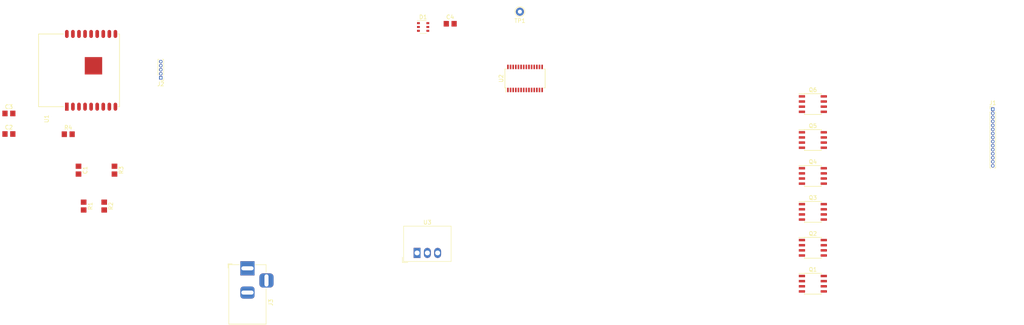
<source format=kicad_pcb>
(kicad_pcb (version 20171130) (host pcbnew "(5.0.0-rc2-101-g68f6e3ad4)")

  (general
    (thickness 1.6)
    (drawings 0)
    (tracks 0)
    (zones 0)
    (modules 22)
    (nets 45)
  )

  (page A4)
  (layers
    (0 F.Cu signal)
    (31 B.Cu signal)
    (32 B.Adhes user)
    (33 F.Adhes user)
    (34 B.Paste user)
    (35 F.Paste user)
    (36 B.SilkS user)
    (37 F.SilkS user)
    (38 B.Mask user)
    (39 F.Mask user)
    (40 Dwgs.User user)
    (41 Cmts.User user)
    (42 Eco1.User user)
    (43 Eco2.User user)
    (44 Edge.Cuts user)
    (45 Margin user)
    (46 B.CrtYd user)
    (47 F.CrtYd user)
    (48 B.Fab user)
    (49 F.Fab user)
  )

  (setup
    (last_trace_width 0.25)
    (trace_clearance 0.2)
    (zone_clearance 0.508)
    (zone_45_only no)
    (trace_min 0.2)
    (segment_width 0.2)
    (edge_width 0.15)
    (via_size 0.8)
    (via_drill 0.4)
    (via_min_size 0.4)
    (via_min_drill 0.3)
    (uvia_size 0.3)
    (uvia_drill 0.1)
    (uvias_allowed no)
    (uvia_min_size 0.2)
    (uvia_min_drill 0.1)
    (pcb_text_width 0.3)
    (pcb_text_size 1.5 1.5)
    (mod_edge_width 0.15)
    (mod_text_size 1 1)
    (mod_text_width 0.15)
    (pad_size 1.524 1.524)
    (pad_drill 0.762)
    (pad_to_mask_clearance 0.2)
    (aux_axis_origin 0 0)
    (visible_elements 7FFFFFFF)
    (pcbplotparams
      (layerselection 0x010fc_ffffffff)
      (usegerberextensions false)
      (usegerberattributes false)
      (usegerberadvancedattributes false)
      (creategerberjobfile false)
      (excludeedgelayer true)
      (linewidth 0.100000)
      (plotframeref false)
      (viasonmask false)
      (mode 1)
      (useauxorigin false)
      (hpglpennumber 1)
      (hpglpenspeed 20)
      (hpglpendiameter 15.000000)
      (psnegative false)
      (psa4output false)
      (plotreference true)
      (plotvalue true)
      (plotinvisibletext false)
      (padsonsilk false)
      (subtractmaskfromsilk false)
      (outputformat 1)
      (mirror false)
      (drillshape 1)
      (scaleselection 1)
      (outputdirectory ""))
  )

  (net 0 "")
  (net 1 GND)
  (net 2 /SCL)
  (net 3 /SDA)
  (net 4 +3V3)
  (net 5 "Net-(U1-Pad10)")
  (net 6 "Net-(U1-Pad3)")
  (net 7 "Net-(U1-Pad7)")
  (net 8 "Net-(U1-Pad14)")
  (net 9 "Net-(U1-Pad16)")
  (net 10 "Net-(U1-Pad17)")
  (net 11 "Net-(U1-PadPAD)")
  (net 12 +12V)
  (net 13 "Net-(C1-Pad1)")
  (net 14 "Net-(R3-Pad1)")
  (net 15 "/LED Strips/LED7")
  (net 16 "/LED Strips/LED9")
  (net 17 "/LED Strips/LED8")
  (net 18 "/LED Strips/LED6")
  (net 19 "/LED Strips/LED5")
  (net 20 "/LED Strips/LED4")
  (net 21 "/LED Strips/LED3")
  (net 22 "/LED Strips/LED2")
  (net 23 "/LED Strips/LED1")
  (net 24 "/LED Strips/LED11")
  (net 25 "/LED Strips/LED12")
  (net 26 "/LED Strips/LED10")
  (net 27 /LED_PWM12)
  (net 28 /LED_PWM10)
  (net 29 /LED_PWM8)
  (net 30 /LED_PWM6)
  (net 31 /LED_PWM4)
  (net 32 /LED_PWM2)
  (net 33 /LED_PWM1)
  (net 34 /TRIGGER)
  (net 35 /BOOT)
  (net 36 /RX)
  (net 37 /TX)
  (net 38 "Net-(U2-Pad6)")
  (net 39 "Net-(U2-Pad7)")
  (net 40 "Net-(U2-Pad8)")
  (net 41 /RESET)
  (net 42 "Net-(J3-Pad3)")
  (net 43 "Net-(D1-Pad2)")
  (net 44 "Net-(D1-Pad5)")

  (net_class Default "This is the default net class."
    (clearance 0.2)
    (trace_width 0.25)
    (via_dia 0.8)
    (via_drill 0.4)
    (uvia_dia 0.3)
    (uvia_drill 0.1)
    (add_net +12V)
    (add_net +3V3)
    (add_net /BOOT)
    (add_net "/LED Strips/LED1")
    (add_net "/LED Strips/LED10")
    (add_net "/LED Strips/LED11")
    (add_net "/LED Strips/LED12")
    (add_net "/LED Strips/LED2")
    (add_net "/LED Strips/LED3")
    (add_net "/LED Strips/LED4")
    (add_net "/LED Strips/LED5")
    (add_net "/LED Strips/LED6")
    (add_net "/LED Strips/LED7")
    (add_net "/LED Strips/LED8")
    (add_net "/LED Strips/LED9")
    (add_net /LED_PWM1)
    (add_net /LED_PWM10)
    (add_net /LED_PWM12)
    (add_net /LED_PWM2)
    (add_net /LED_PWM4)
    (add_net /LED_PWM6)
    (add_net /LED_PWM8)
    (add_net /RESET)
    (add_net /RX)
    (add_net /SCL)
    (add_net /SDA)
    (add_net /TRIGGER)
    (add_net /TX)
    (add_net GND)
    (add_net "Net-(C1-Pad1)")
    (add_net "Net-(D1-Pad2)")
    (add_net "Net-(D1-Pad5)")
    (add_net "Net-(J3-Pad3)")
    (add_net "Net-(R3-Pad1)")
    (add_net "Net-(U1-Pad10)")
    (add_net "Net-(U1-Pad14)")
    (add_net "Net-(U1-Pad16)")
    (add_net "Net-(U1-Pad17)")
    (add_net "Net-(U1-Pad3)")
    (add_net "Net-(U1-Pad7)")
    (add_net "Net-(U1-PadPAD)")
    (add_net "Net-(U2-Pad6)")
    (add_net "Net-(U2-Pad7)")
    (add_net "Net-(U2-Pad8)")
  )

  (module Capacitor_SMD:C_0805_2012Metric_Pad1.29x1.40mm_HandSolder (layer F.Cu) (tedit 5AC5DB74) (tstamp 5B50731E)
    (at 146.611428 71.5575)
    (descr "Capacitor SMD 0805 (2012 Metric), square (rectangular) end terminal, IPC_7351 nominal with elongated pad for handsoldering. (Body size source: http://www.tortai-tech.com/upload/download/2011102023233369053.pdf), generated with kicad-footprint-generator")
    (tags "capacitor handsolder")
    (path /5B13F9D0)
    (attr smd)
    (fp_text reference C4 (at 0 -1.65) (layer F.SilkS)
      (effects (font (size 1 1) (thickness 0.15)))
    )
    (fp_text value 0.1uF (at 0 1.65) (layer F.Fab)
      (effects (font (size 1 1) (thickness 0.15)))
    )
    (fp_line (start -1 0.6) (end -1 -0.6) (layer F.Fab) (width 0.1))
    (fp_line (start -1 -0.6) (end 1 -0.6) (layer F.Fab) (width 0.1))
    (fp_line (start 1 -0.6) (end 1 0.6) (layer F.Fab) (width 0.1))
    (fp_line (start 1 0.6) (end -1 0.6) (layer F.Fab) (width 0.1))
    (fp_line (start -1.86 0.95) (end -1.86 -0.95) (layer F.CrtYd) (width 0.05))
    (fp_line (start -1.86 -0.95) (end 1.86 -0.95) (layer F.CrtYd) (width 0.05))
    (fp_line (start 1.86 -0.95) (end 1.86 0.95) (layer F.CrtYd) (width 0.05))
    (fp_line (start 1.86 0.95) (end -1.86 0.95) (layer F.CrtYd) (width 0.05))
    (fp_text user %R (at 0 0) (layer F.Fab)
      (effects (font (size 0.5 0.5) (thickness 0.08)))
    )
    (pad 1 smd rect (at -0.9675 0) (size 1.295 1.4) (layers F.Cu F.Paste F.Mask)
      (net 4 +3V3))
    (pad 2 smd rect (at 0.9675 0) (size 1.295 1.4) (layers F.Cu F.Paste F.Mask)
      (net 1 GND))
    (model ${KISYS3DMOD}/Capacitor_SMD.3dshapes/C_0805_2012Metric.wrl
      (at (xyz 0 0 0))
      (scale (xyz 1 1 1))
      (rotate (xyz 0 0 0))
    )
  )

  (module Package_SO:SOIC-8_3.9x4.9mm_P1.27mm (layer F.Cu) (tedit 5A02F2D3) (tstamp 5B5071C2)
    (at 236.22 91.44)
    (descr "8-Lead Plastic Small Outline (SN) - Narrow, 3.90 mm Body [SOIC] (see Microchip Packaging Specification 00000049BS.pdf)")
    (tags "SOIC 1.27")
    (path /5B138A36/5B314A66)
    (attr smd)
    (fp_text reference Q6 (at 0 -3.5) (layer F.SilkS)
      (effects (font (size 1 1) (thickness 0.15)))
    )
    (fp_text value DMN3018SSD (at 0 3.5) (layer F.Fab)
      (effects (font (size 1 1) (thickness 0.15)))
    )
    (fp_line (start -2.075 -2.525) (end -3.475 -2.525) (layer F.SilkS) (width 0.15))
    (fp_line (start -2.075 2.575) (end 2.075 2.575) (layer F.SilkS) (width 0.15))
    (fp_line (start -2.075 -2.575) (end 2.075 -2.575) (layer F.SilkS) (width 0.15))
    (fp_line (start -2.075 2.575) (end -2.075 2.43) (layer F.SilkS) (width 0.15))
    (fp_line (start 2.075 2.575) (end 2.075 2.43) (layer F.SilkS) (width 0.15))
    (fp_line (start 2.075 -2.575) (end 2.075 -2.43) (layer F.SilkS) (width 0.15))
    (fp_line (start -2.075 -2.575) (end -2.075 -2.525) (layer F.SilkS) (width 0.15))
    (fp_line (start -3.73 2.7) (end 3.73 2.7) (layer F.CrtYd) (width 0.05))
    (fp_line (start -3.73 -2.7) (end 3.73 -2.7) (layer F.CrtYd) (width 0.05))
    (fp_line (start 3.73 -2.7) (end 3.73 2.7) (layer F.CrtYd) (width 0.05))
    (fp_line (start -3.73 -2.7) (end -3.73 2.7) (layer F.CrtYd) (width 0.05))
    (fp_line (start -1.95 -1.45) (end -0.95 -2.45) (layer F.Fab) (width 0.1))
    (fp_line (start -1.95 2.45) (end -1.95 -1.45) (layer F.Fab) (width 0.1))
    (fp_line (start 1.95 2.45) (end -1.95 2.45) (layer F.Fab) (width 0.1))
    (fp_line (start 1.95 -2.45) (end 1.95 2.45) (layer F.Fab) (width 0.1))
    (fp_line (start -0.95 -2.45) (end 1.95 -2.45) (layer F.Fab) (width 0.1))
    (fp_text user %R (at 0 0) (layer F.Fab)
      (effects (font (size 1 1) (thickness 0.15)))
    )
    (pad 8 smd rect (at 2.7 -1.905) (size 1.55 0.6) (layers F.Cu F.Paste F.Mask)
      (net 24 "/LED Strips/LED11"))
    (pad 7 smd rect (at 2.7 -0.635) (size 1.55 0.6) (layers F.Cu F.Paste F.Mask)
      (net 24 "/LED Strips/LED11"))
    (pad 6 smd rect (at 2.7 0.635) (size 1.55 0.6) (layers F.Cu F.Paste F.Mask)
      (net 25 "/LED Strips/LED12"))
    (pad 5 smd rect (at 2.7 1.905) (size 1.55 0.6) (layers F.Cu F.Paste F.Mask)
      (net 25 "/LED Strips/LED12"))
    (pad 4 smd rect (at -2.7 1.905) (size 1.55 0.6) (layers F.Cu F.Paste F.Mask)
      (net 27 /LED_PWM12))
    (pad 3 smd rect (at -2.7 0.635) (size 1.55 0.6) (layers F.Cu F.Paste F.Mask)
      (net 1 GND))
    (pad 2 smd rect (at -2.7 -0.635) (size 1.55 0.6) (layers F.Cu F.Paste F.Mask)
      (net 33 /LED_PWM1))
    (pad 1 smd rect (at -2.7 -1.905) (size 1.55 0.6) (layers F.Cu F.Paste F.Mask)
      (net 1 GND))
    (model ${KISYS3DMOD}/Package_SO.3dshapes/SOIC-8_3.9x4.9mm_P1.27mm.wrl
      (at (xyz 0 0 0))
      (scale (xyz 1 1 1))
      (rotate (xyz 0 0 0))
    )
  )

  (module Package_SO:SOIC-8_3.9x4.9mm_P1.27mm (layer F.Cu) (tedit 5A02F2D3) (tstamp 5B5071A6)
    (at 236.22 100.33)
    (descr "8-Lead Plastic Small Outline (SN) - Narrow, 3.90 mm Body [SOIC] (see Microchip Packaging Specification 00000049BS.pdf)")
    (tags "SOIC 1.27")
    (path /5B138A36/5B31BFD4)
    (attr smd)
    (fp_text reference Q5 (at 0 -3.5) (layer F.SilkS)
      (effects (font (size 1 1) (thickness 0.15)))
    )
    (fp_text value DMN3018SSD (at 0 3.5) (layer F.Fab)
      (effects (font (size 1 1) (thickness 0.15)))
    )
    (fp_text user %R (at 0 0) (layer F.Fab)
      (effects (font (size 1 1) (thickness 0.15)))
    )
    (fp_line (start -0.95 -2.45) (end 1.95 -2.45) (layer F.Fab) (width 0.1))
    (fp_line (start 1.95 -2.45) (end 1.95 2.45) (layer F.Fab) (width 0.1))
    (fp_line (start 1.95 2.45) (end -1.95 2.45) (layer F.Fab) (width 0.1))
    (fp_line (start -1.95 2.45) (end -1.95 -1.45) (layer F.Fab) (width 0.1))
    (fp_line (start -1.95 -1.45) (end -0.95 -2.45) (layer F.Fab) (width 0.1))
    (fp_line (start -3.73 -2.7) (end -3.73 2.7) (layer F.CrtYd) (width 0.05))
    (fp_line (start 3.73 -2.7) (end 3.73 2.7) (layer F.CrtYd) (width 0.05))
    (fp_line (start -3.73 -2.7) (end 3.73 -2.7) (layer F.CrtYd) (width 0.05))
    (fp_line (start -3.73 2.7) (end 3.73 2.7) (layer F.CrtYd) (width 0.05))
    (fp_line (start -2.075 -2.575) (end -2.075 -2.525) (layer F.SilkS) (width 0.15))
    (fp_line (start 2.075 -2.575) (end 2.075 -2.43) (layer F.SilkS) (width 0.15))
    (fp_line (start 2.075 2.575) (end 2.075 2.43) (layer F.SilkS) (width 0.15))
    (fp_line (start -2.075 2.575) (end -2.075 2.43) (layer F.SilkS) (width 0.15))
    (fp_line (start -2.075 -2.575) (end 2.075 -2.575) (layer F.SilkS) (width 0.15))
    (fp_line (start -2.075 2.575) (end 2.075 2.575) (layer F.SilkS) (width 0.15))
    (fp_line (start -2.075 -2.525) (end -3.475 -2.525) (layer F.SilkS) (width 0.15))
    (pad 1 smd rect (at -2.7 -1.905) (size 1.55 0.6) (layers F.Cu F.Paste F.Mask)
      (net 1 GND))
    (pad 2 smd rect (at -2.7 -0.635) (size 1.55 0.6) (layers F.Cu F.Paste F.Mask)
      (net 33 /LED_PWM1))
    (pad 3 smd rect (at -2.7 0.635) (size 1.55 0.6) (layers F.Cu F.Paste F.Mask)
      (net 1 GND))
    (pad 4 smd rect (at -2.7 1.905) (size 1.55 0.6) (layers F.Cu F.Paste F.Mask)
      (net 28 /LED_PWM10))
    (pad 5 smd rect (at 2.7 1.905) (size 1.55 0.6) (layers F.Cu F.Paste F.Mask)
      (net 26 "/LED Strips/LED10"))
    (pad 6 smd rect (at 2.7 0.635) (size 1.55 0.6) (layers F.Cu F.Paste F.Mask)
      (net 26 "/LED Strips/LED10"))
    (pad 7 smd rect (at 2.7 -0.635) (size 1.55 0.6) (layers F.Cu F.Paste F.Mask)
      (net 16 "/LED Strips/LED9"))
    (pad 8 smd rect (at 2.7 -1.905) (size 1.55 0.6) (layers F.Cu F.Paste F.Mask)
      (net 16 "/LED Strips/LED9"))
    (model ${KISYS3DMOD}/Package_SO.3dshapes/SOIC-8_3.9x4.9mm_P1.27mm.wrl
      (at (xyz 0 0 0))
      (scale (xyz 1 1 1))
      (rotate (xyz 0 0 0))
    )
  )

  (module Package_SO:SOIC-8_3.9x4.9mm_P1.27mm (layer F.Cu) (tedit 5A02F2D3) (tstamp 5B50718A)
    (at 236.22 109.22)
    (descr "8-Lead Plastic Small Outline (SN) - Narrow, 3.90 mm Body [SOIC] (see Microchip Packaging Specification 00000049BS.pdf)")
    (tags "SOIC 1.27")
    (path /5B138A36/5B31D709)
    (attr smd)
    (fp_text reference Q4 (at 0 -3.5) (layer F.SilkS)
      (effects (font (size 1 1) (thickness 0.15)))
    )
    (fp_text value DMN3018SSD (at 0 3.5) (layer F.Fab)
      (effects (font (size 1 1) (thickness 0.15)))
    )
    (fp_line (start -2.075 -2.525) (end -3.475 -2.525) (layer F.SilkS) (width 0.15))
    (fp_line (start -2.075 2.575) (end 2.075 2.575) (layer F.SilkS) (width 0.15))
    (fp_line (start -2.075 -2.575) (end 2.075 -2.575) (layer F.SilkS) (width 0.15))
    (fp_line (start -2.075 2.575) (end -2.075 2.43) (layer F.SilkS) (width 0.15))
    (fp_line (start 2.075 2.575) (end 2.075 2.43) (layer F.SilkS) (width 0.15))
    (fp_line (start 2.075 -2.575) (end 2.075 -2.43) (layer F.SilkS) (width 0.15))
    (fp_line (start -2.075 -2.575) (end -2.075 -2.525) (layer F.SilkS) (width 0.15))
    (fp_line (start -3.73 2.7) (end 3.73 2.7) (layer F.CrtYd) (width 0.05))
    (fp_line (start -3.73 -2.7) (end 3.73 -2.7) (layer F.CrtYd) (width 0.05))
    (fp_line (start 3.73 -2.7) (end 3.73 2.7) (layer F.CrtYd) (width 0.05))
    (fp_line (start -3.73 -2.7) (end -3.73 2.7) (layer F.CrtYd) (width 0.05))
    (fp_line (start -1.95 -1.45) (end -0.95 -2.45) (layer F.Fab) (width 0.1))
    (fp_line (start -1.95 2.45) (end -1.95 -1.45) (layer F.Fab) (width 0.1))
    (fp_line (start 1.95 2.45) (end -1.95 2.45) (layer F.Fab) (width 0.1))
    (fp_line (start 1.95 -2.45) (end 1.95 2.45) (layer F.Fab) (width 0.1))
    (fp_line (start -0.95 -2.45) (end 1.95 -2.45) (layer F.Fab) (width 0.1))
    (fp_text user %R (at 0 0) (layer F.Fab)
      (effects (font (size 1 1) (thickness 0.15)))
    )
    (pad 8 smd rect (at 2.7 -1.905) (size 1.55 0.6) (layers F.Cu F.Paste F.Mask)
      (net 15 "/LED Strips/LED7"))
    (pad 7 smd rect (at 2.7 -0.635) (size 1.55 0.6) (layers F.Cu F.Paste F.Mask)
      (net 15 "/LED Strips/LED7"))
    (pad 6 smd rect (at 2.7 0.635) (size 1.55 0.6) (layers F.Cu F.Paste F.Mask)
      (net 17 "/LED Strips/LED8"))
    (pad 5 smd rect (at 2.7 1.905) (size 1.55 0.6) (layers F.Cu F.Paste F.Mask)
      (net 17 "/LED Strips/LED8"))
    (pad 4 smd rect (at -2.7 1.905) (size 1.55 0.6) (layers F.Cu F.Paste F.Mask)
      (net 29 /LED_PWM8))
    (pad 3 smd rect (at -2.7 0.635) (size 1.55 0.6) (layers F.Cu F.Paste F.Mask)
      (net 1 GND))
    (pad 2 smd rect (at -2.7 -0.635) (size 1.55 0.6) (layers F.Cu F.Paste F.Mask)
      (net 33 /LED_PWM1))
    (pad 1 smd rect (at -2.7 -1.905) (size 1.55 0.6) (layers F.Cu F.Paste F.Mask)
      (net 1 GND))
    (model ${KISYS3DMOD}/Package_SO.3dshapes/SOIC-8_3.9x4.9mm_P1.27mm.wrl
      (at (xyz 0 0 0))
      (scale (xyz 1 1 1))
      (rotate (xyz 0 0 0))
    )
  )

  (module Package_SO:SOIC-8_3.9x4.9mm_P1.27mm (layer F.Cu) (tedit 5A02F2D3) (tstamp 5B50716E)
    (at 236.22 118.11)
    (descr "8-Lead Plastic Small Outline (SN) - Narrow, 3.90 mm Body [SOIC] (see Microchip Packaging Specification 00000049BS.pdf)")
    (tags "SOIC 1.27")
    (path /5B138A36/5B31EE46)
    (attr smd)
    (fp_text reference Q3 (at 0 -3.5) (layer F.SilkS)
      (effects (font (size 1 1) (thickness 0.15)))
    )
    (fp_text value DMN3018SSD (at 0 3.5) (layer F.Fab)
      (effects (font (size 1 1) (thickness 0.15)))
    )
    (fp_text user %R (at 0 0) (layer F.Fab)
      (effects (font (size 1 1) (thickness 0.15)))
    )
    (fp_line (start -0.95 -2.45) (end 1.95 -2.45) (layer F.Fab) (width 0.1))
    (fp_line (start 1.95 -2.45) (end 1.95 2.45) (layer F.Fab) (width 0.1))
    (fp_line (start 1.95 2.45) (end -1.95 2.45) (layer F.Fab) (width 0.1))
    (fp_line (start -1.95 2.45) (end -1.95 -1.45) (layer F.Fab) (width 0.1))
    (fp_line (start -1.95 -1.45) (end -0.95 -2.45) (layer F.Fab) (width 0.1))
    (fp_line (start -3.73 -2.7) (end -3.73 2.7) (layer F.CrtYd) (width 0.05))
    (fp_line (start 3.73 -2.7) (end 3.73 2.7) (layer F.CrtYd) (width 0.05))
    (fp_line (start -3.73 -2.7) (end 3.73 -2.7) (layer F.CrtYd) (width 0.05))
    (fp_line (start -3.73 2.7) (end 3.73 2.7) (layer F.CrtYd) (width 0.05))
    (fp_line (start -2.075 -2.575) (end -2.075 -2.525) (layer F.SilkS) (width 0.15))
    (fp_line (start 2.075 -2.575) (end 2.075 -2.43) (layer F.SilkS) (width 0.15))
    (fp_line (start 2.075 2.575) (end 2.075 2.43) (layer F.SilkS) (width 0.15))
    (fp_line (start -2.075 2.575) (end -2.075 2.43) (layer F.SilkS) (width 0.15))
    (fp_line (start -2.075 -2.575) (end 2.075 -2.575) (layer F.SilkS) (width 0.15))
    (fp_line (start -2.075 2.575) (end 2.075 2.575) (layer F.SilkS) (width 0.15))
    (fp_line (start -2.075 -2.525) (end -3.475 -2.525) (layer F.SilkS) (width 0.15))
    (pad 1 smd rect (at -2.7 -1.905) (size 1.55 0.6) (layers F.Cu F.Paste F.Mask)
      (net 1 GND))
    (pad 2 smd rect (at -2.7 -0.635) (size 1.55 0.6) (layers F.Cu F.Paste F.Mask)
      (net 33 /LED_PWM1))
    (pad 3 smd rect (at -2.7 0.635) (size 1.55 0.6) (layers F.Cu F.Paste F.Mask)
      (net 1 GND))
    (pad 4 smd rect (at -2.7 1.905) (size 1.55 0.6) (layers F.Cu F.Paste F.Mask)
      (net 30 /LED_PWM6))
    (pad 5 smd rect (at 2.7 1.905) (size 1.55 0.6) (layers F.Cu F.Paste F.Mask)
      (net 18 "/LED Strips/LED6"))
    (pad 6 smd rect (at 2.7 0.635) (size 1.55 0.6) (layers F.Cu F.Paste F.Mask)
      (net 18 "/LED Strips/LED6"))
    (pad 7 smd rect (at 2.7 -0.635) (size 1.55 0.6) (layers F.Cu F.Paste F.Mask)
      (net 19 "/LED Strips/LED5"))
    (pad 8 smd rect (at 2.7 -1.905) (size 1.55 0.6) (layers F.Cu F.Paste F.Mask)
      (net 19 "/LED Strips/LED5"))
    (model ${KISYS3DMOD}/Package_SO.3dshapes/SOIC-8_3.9x4.9mm_P1.27mm.wrl
      (at (xyz 0 0 0))
      (scale (xyz 1 1 1))
      (rotate (xyz 0 0 0))
    )
  )

  (module Package_SO:SOIC-8_3.9x4.9mm_P1.27mm (layer F.Cu) (tedit 5A02F2D3) (tstamp 5B507152)
    (at 236.22 127)
    (descr "8-Lead Plastic Small Outline (SN) - Narrow, 3.90 mm Body [SOIC] (see Microchip Packaging Specification 00000049BS.pdf)")
    (tags "SOIC 1.27")
    (path /5B138A36/5B3205AA)
    (attr smd)
    (fp_text reference Q2 (at 0 -3.5) (layer F.SilkS)
      (effects (font (size 1 1) (thickness 0.15)))
    )
    (fp_text value DMN3018SSD (at 0 3.5) (layer F.Fab)
      (effects (font (size 1 1) (thickness 0.15)))
    )
    (fp_line (start -2.075 -2.525) (end -3.475 -2.525) (layer F.SilkS) (width 0.15))
    (fp_line (start -2.075 2.575) (end 2.075 2.575) (layer F.SilkS) (width 0.15))
    (fp_line (start -2.075 -2.575) (end 2.075 -2.575) (layer F.SilkS) (width 0.15))
    (fp_line (start -2.075 2.575) (end -2.075 2.43) (layer F.SilkS) (width 0.15))
    (fp_line (start 2.075 2.575) (end 2.075 2.43) (layer F.SilkS) (width 0.15))
    (fp_line (start 2.075 -2.575) (end 2.075 -2.43) (layer F.SilkS) (width 0.15))
    (fp_line (start -2.075 -2.575) (end -2.075 -2.525) (layer F.SilkS) (width 0.15))
    (fp_line (start -3.73 2.7) (end 3.73 2.7) (layer F.CrtYd) (width 0.05))
    (fp_line (start -3.73 -2.7) (end 3.73 -2.7) (layer F.CrtYd) (width 0.05))
    (fp_line (start 3.73 -2.7) (end 3.73 2.7) (layer F.CrtYd) (width 0.05))
    (fp_line (start -3.73 -2.7) (end -3.73 2.7) (layer F.CrtYd) (width 0.05))
    (fp_line (start -1.95 -1.45) (end -0.95 -2.45) (layer F.Fab) (width 0.1))
    (fp_line (start -1.95 2.45) (end -1.95 -1.45) (layer F.Fab) (width 0.1))
    (fp_line (start 1.95 2.45) (end -1.95 2.45) (layer F.Fab) (width 0.1))
    (fp_line (start 1.95 -2.45) (end 1.95 2.45) (layer F.Fab) (width 0.1))
    (fp_line (start -0.95 -2.45) (end 1.95 -2.45) (layer F.Fab) (width 0.1))
    (fp_text user %R (at 0 0) (layer F.Fab)
      (effects (font (size 1 1) (thickness 0.15)))
    )
    (pad 8 smd rect (at 2.7 -1.905) (size 1.55 0.6) (layers F.Cu F.Paste F.Mask)
      (net 21 "/LED Strips/LED3"))
    (pad 7 smd rect (at 2.7 -0.635) (size 1.55 0.6) (layers F.Cu F.Paste F.Mask)
      (net 21 "/LED Strips/LED3"))
    (pad 6 smd rect (at 2.7 0.635) (size 1.55 0.6) (layers F.Cu F.Paste F.Mask)
      (net 20 "/LED Strips/LED4"))
    (pad 5 smd rect (at 2.7 1.905) (size 1.55 0.6) (layers F.Cu F.Paste F.Mask)
      (net 20 "/LED Strips/LED4"))
    (pad 4 smd rect (at -2.7 1.905) (size 1.55 0.6) (layers F.Cu F.Paste F.Mask)
      (net 31 /LED_PWM4))
    (pad 3 smd rect (at -2.7 0.635) (size 1.55 0.6) (layers F.Cu F.Paste F.Mask)
      (net 1 GND))
    (pad 2 smd rect (at -2.7 -0.635) (size 1.55 0.6) (layers F.Cu F.Paste F.Mask)
      (net 33 /LED_PWM1))
    (pad 1 smd rect (at -2.7 -1.905) (size 1.55 0.6) (layers F.Cu F.Paste F.Mask)
      (net 1 GND))
    (model ${KISYS3DMOD}/Package_SO.3dshapes/SOIC-8_3.9x4.9mm_P1.27mm.wrl
      (at (xyz 0 0 0))
      (scale (xyz 1 1 1))
      (rotate (xyz 0 0 0))
    )
  )

  (module Package_SO:SOIC-8_3.9x4.9mm_P1.27mm (layer F.Cu) (tedit 5A02F2D3) (tstamp 5B507136)
    (at 236.22 135.89)
    (descr "8-Lead Plastic Small Outline (SN) - Narrow, 3.90 mm Body [SOIC] (see Microchip Packaging Specification 00000049BS.pdf)")
    (tags "SOIC 1.27")
    (path /5B138A36/5B31A8B7)
    (attr smd)
    (fp_text reference Q1 (at 0 -3.5) (layer F.SilkS)
      (effects (font (size 1 1) (thickness 0.15)))
    )
    (fp_text value DMN3018SSD (at 0 3.5) (layer F.Fab)
      (effects (font (size 1 1) (thickness 0.15)))
    )
    (fp_text user %R (at 0 0) (layer F.Fab)
      (effects (font (size 1 1) (thickness 0.15)))
    )
    (fp_line (start -0.95 -2.45) (end 1.95 -2.45) (layer F.Fab) (width 0.1))
    (fp_line (start 1.95 -2.45) (end 1.95 2.45) (layer F.Fab) (width 0.1))
    (fp_line (start 1.95 2.45) (end -1.95 2.45) (layer F.Fab) (width 0.1))
    (fp_line (start -1.95 2.45) (end -1.95 -1.45) (layer F.Fab) (width 0.1))
    (fp_line (start -1.95 -1.45) (end -0.95 -2.45) (layer F.Fab) (width 0.1))
    (fp_line (start -3.73 -2.7) (end -3.73 2.7) (layer F.CrtYd) (width 0.05))
    (fp_line (start 3.73 -2.7) (end 3.73 2.7) (layer F.CrtYd) (width 0.05))
    (fp_line (start -3.73 -2.7) (end 3.73 -2.7) (layer F.CrtYd) (width 0.05))
    (fp_line (start -3.73 2.7) (end 3.73 2.7) (layer F.CrtYd) (width 0.05))
    (fp_line (start -2.075 -2.575) (end -2.075 -2.525) (layer F.SilkS) (width 0.15))
    (fp_line (start 2.075 -2.575) (end 2.075 -2.43) (layer F.SilkS) (width 0.15))
    (fp_line (start 2.075 2.575) (end 2.075 2.43) (layer F.SilkS) (width 0.15))
    (fp_line (start -2.075 2.575) (end -2.075 2.43) (layer F.SilkS) (width 0.15))
    (fp_line (start -2.075 -2.575) (end 2.075 -2.575) (layer F.SilkS) (width 0.15))
    (fp_line (start -2.075 2.575) (end 2.075 2.575) (layer F.SilkS) (width 0.15))
    (fp_line (start -2.075 -2.525) (end -3.475 -2.525) (layer F.SilkS) (width 0.15))
    (pad 1 smd rect (at -2.7 -1.905) (size 1.55 0.6) (layers F.Cu F.Paste F.Mask)
      (net 1 GND))
    (pad 2 smd rect (at -2.7 -0.635) (size 1.55 0.6) (layers F.Cu F.Paste F.Mask)
      (net 33 /LED_PWM1))
    (pad 3 smd rect (at -2.7 0.635) (size 1.55 0.6) (layers F.Cu F.Paste F.Mask)
      (net 1 GND))
    (pad 4 smd rect (at -2.7 1.905) (size 1.55 0.6) (layers F.Cu F.Paste F.Mask)
      (net 32 /LED_PWM2))
    (pad 5 smd rect (at 2.7 1.905) (size 1.55 0.6) (layers F.Cu F.Paste F.Mask)
      (net 22 "/LED Strips/LED2"))
    (pad 6 smd rect (at 2.7 0.635) (size 1.55 0.6) (layers F.Cu F.Paste F.Mask)
      (net 22 "/LED Strips/LED2"))
    (pad 7 smd rect (at 2.7 -0.635) (size 1.55 0.6) (layers F.Cu F.Paste F.Mask)
      (net 23 "/LED Strips/LED1"))
    (pad 8 smd rect (at 2.7 -1.905) (size 1.55 0.6) (layers F.Cu F.Paste F.Mask)
      (net 23 "/LED Strips/LED1"))
    (model ${KISYS3DMOD}/Package_SO.3dshapes/SOIC-8_3.9x4.9mm_P1.27mm.wrl
      (at (xyz 0 0 0))
      (scale (xyz 1 1 1))
      (rotate (xyz 0 0 0))
    )
  )

  (module Package_SO:TSOP-6_1.65x3.05mm_P0.95mm (layer F.Cu) (tedit 5A02F25C) (tstamp 5B507135)
    (at 139.921428 72.3575)
    (descr "TSOP-6 package (comparable to TSOT-23), https://www.vishay.com/docs/71200/71200.pdf")
    (tags "Jedec MO-193C TSOP-6L")
    (path /5B2E1334)
    (attr smd)
    (fp_text reference D1 (at 0 -2.45) (layer F.SilkS)
      (effects (font (size 1 1) (thickness 0.15)))
    )
    (fp_text value TVS3V3L4U (at 0 2.5) (layer F.Fab)
      (effects (font (size 1 1) (thickness 0.15)))
    )
    (fp_text user %R (at 0 0 90) (layer F.Fab)
      (effects (font (size 0.5 0.5) (thickness 0.075)))
    )
    (fp_line (start -0.8 1.6) (end 0.8 1.6) (layer F.SilkS) (width 0.12))
    (fp_line (start 0.8 -1.6) (end -1.5 -1.6) (layer F.SilkS) (width 0.12))
    (fp_line (start -0.825 -1.1) (end -0.425 -1.525) (layer F.Fab) (width 0.1))
    (fp_line (start 0.825 -1.525) (end -0.425 -1.525) (layer F.Fab) (width 0.1))
    (fp_line (start -0.825 -1.1) (end -0.825 1.525) (layer F.Fab) (width 0.1))
    (fp_line (start 0.825 1.525) (end -0.825 1.525) (layer F.Fab) (width 0.1))
    (fp_line (start 0.825 -1.525) (end 0.825 1.525) (layer F.Fab) (width 0.1))
    (fp_line (start -1.76 -1.78) (end 1.76 -1.78) (layer F.CrtYd) (width 0.05))
    (fp_line (start -1.76 -1.78) (end -1.76 1.77) (layer F.CrtYd) (width 0.05))
    (fp_line (start 1.76 1.77) (end 1.76 -1.78) (layer F.CrtYd) (width 0.05))
    (fp_line (start 1.76 1.77) (end -1.76 1.77) (layer F.CrtYd) (width 0.05))
    (pad 1 smd rect (at -1.16 -0.95) (size 0.7 0.51) (layers F.Cu F.Paste F.Mask)
      (net 36 /RX))
    (pad 2 smd rect (at -1.16 0) (size 0.7 0.51) (layers F.Cu F.Paste F.Mask)
      (net 43 "Net-(D1-Pad2)"))
    (pad 3 smd rect (at -1.16 0.95) (size 0.7 0.51) (layers F.Cu F.Paste F.Mask)
      (net 37 /TX))
    (pad 4 smd rect (at 1.16 0.95) (size 0.7 0.51) (layers F.Cu F.Paste F.Mask)
      (net 41 /RESET))
    (pad 5 smd rect (at 1.16 0) (size 0.7 0.51) (layers F.Cu F.Paste F.Mask)
      (net 44 "Net-(D1-Pad5)"))
    (pad 6 smd rect (at 1.16 -0.95) (size 0.7 0.51) (layers F.Cu F.Paste F.Mask)
      (net 35 /BOOT))
    (model ${KISYS3DMOD}/Package_SO.3dshapes/TSOP-6_1.65x3.05mm_P0.95mm.wrl
      (at (xyz 0 0 0))
      (scale (xyz 1 1 1))
      (rotate (xyz 0 0 0))
    )
  )

  (module Connector_BarrelJack:BarrelJack_Horizontal (layer F.Cu) (tedit 5A1DBF6A) (tstamp 5B20008C)
    (at 96.52 132.08 90)
    (descr "DC Barrel Jack")
    (tags "Power Jack")
    (path /5B1464F2)
    (fp_text reference J3 (at -8.45 5.75 90) (layer F.SilkS)
      (effects (font (size 1 1) (thickness 0.15)))
    )
    (fp_text value Barrel_Jack (at -6.2 -5.5 90) (layer F.Fab)
      (effects (font (size 1 1) (thickness 0.15)))
    )
    (fp_text user %R (at -3 -2.95 90) (layer F.Fab)
      (effects (font (size 1 1) (thickness 0.15)))
    )
    (fp_line (start -0.003213 -4.505425) (end 0.8 -3.75) (layer F.Fab) (width 0.1))
    (fp_line (start 1.1 -3.75) (end 1.1 -4.8) (layer F.SilkS) (width 0.12))
    (fp_line (start 0.05 -4.8) (end 1.1 -4.8) (layer F.SilkS) (width 0.12))
    (fp_line (start 1 -4.5) (end 1 -4.75) (layer F.CrtYd) (width 0.05))
    (fp_line (start 1 -4.75) (end -14 -4.75) (layer F.CrtYd) (width 0.05))
    (fp_line (start 1 -4.5) (end 1 -2) (layer F.CrtYd) (width 0.05))
    (fp_line (start 1 -2) (end 2 -2) (layer F.CrtYd) (width 0.05))
    (fp_line (start 2 -2) (end 2 2) (layer F.CrtYd) (width 0.05))
    (fp_line (start 2 2) (end 1 2) (layer F.CrtYd) (width 0.05))
    (fp_line (start 1 2) (end 1 4.75) (layer F.CrtYd) (width 0.05))
    (fp_line (start 1 4.75) (end -1 4.75) (layer F.CrtYd) (width 0.05))
    (fp_line (start -1 4.75) (end -1 6.75) (layer F.CrtYd) (width 0.05))
    (fp_line (start -1 6.75) (end -5 6.75) (layer F.CrtYd) (width 0.05))
    (fp_line (start -5 6.75) (end -5 4.75) (layer F.CrtYd) (width 0.05))
    (fp_line (start -5 4.75) (end -14 4.75) (layer F.CrtYd) (width 0.05))
    (fp_line (start -14 4.75) (end -14 -4.75) (layer F.CrtYd) (width 0.05))
    (fp_line (start -5 4.6) (end -13.8 4.6) (layer F.SilkS) (width 0.12))
    (fp_line (start -13.8 4.6) (end -13.8 -4.6) (layer F.SilkS) (width 0.12))
    (fp_line (start 0.9 1.9) (end 0.9 4.6) (layer F.SilkS) (width 0.12))
    (fp_line (start 0.9 4.6) (end -1 4.6) (layer F.SilkS) (width 0.12))
    (fp_line (start -13.8 -4.6) (end 0.9 -4.6) (layer F.SilkS) (width 0.12))
    (fp_line (start 0.9 -4.6) (end 0.9 -2) (layer F.SilkS) (width 0.12))
    (fp_line (start -10.2 -4.5) (end -10.2 4.5) (layer F.Fab) (width 0.1))
    (fp_line (start -13.7 -4.5) (end -13.7 4.5) (layer F.Fab) (width 0.1))
    (fp_line (start -13.7 4.5) (end 0.8 4.5) (layer F.Fab) (width 0.1))
    (fp_line (start 0.8 4.5) (end 0.8 -3.75) (layer F.Fab) (width 0.1))
    (fp_line (start 0 -4.5) (end -13.7 -4.5) (layer F.Fab) (width 0.1))
    (pad 1 thru_hole rect (at 0 0 90) (size 3.5 3.5) (drill oval 1 3) (layers *.Cu *.Mask)
      (net 12 +12V))
    (pad 2 thru_hole roundrect (at -6 0 90) (size 3 3.5) (drill oval 1 3) (layers *.Cu *.Mask) (roundrect_rratio 0.25)
      (net 1 GND))
    (pad 3 thru_hole roundrect (at -3 4.7 90) (size 3.5 3.5) (drill oval 3 1) (layers *.Cu *.Mask) (roundrect_rratio 0.25)
      (net 42 "Net-(J3-Pad3)"))
    (model ${KISYS3DMOD}/Connector_BarrelJack.3dshapes/BarrelJack_Horizontal.wrl
      (at (xyz 0 0 0))
      (scale (xyz 1 1 1))
      (rotate (xyz 0 0 0))
    )
  )

  (module Converter_DCDC:Converter_DCDC_RECOM_R-78HB-0.5_THT (layer F.Cu) (tedit 59FF0151) (tstamp 5B20015E)
    (at 138.43 128.27)
    (descr "DCDC-Converter, RECOM, RECOM_R-78HB-0.5, SIP-3, pitch 2.54mm, package size 11.5x8.5x17.5mm^3, https://www.recom-power.com/pdf/Innoline/R-78HBxx-0.5_L.pdf")
    (tags "dc-dc recom buck sip-3 pitch 2.54mm")
    (path /5B13CF5C)
    (fp_text reference U3 (at 2.54 -7.56) (layer F.SilkS)
      (effects (font (size 1 1) (thickness 0.15)))
    )
    (fp_text value R-78HB3.3-0.5 (at 2.42 3.42) (layer F.Fab)
      (effects (font (size 1 1) (thickness 0.15)))
    )
    (fp_line (start -3.21 -6.5) (end 8.29 -6.5) (layer F.Fab) (width 0.1))
    (fp_line (start 8.29 -6.5) (end 8.29 2) (layer F.Fab) (width 0.1))
    (fp_line (start 8.29 2) (end -2.21 2) (layer F.Fab) (width 0.1))
    (fp_line (start -2.21 2) (end -3.21 1) (layer F.Fab) (width 0.1))
    (fp_line (start -3.21 1) (end -3.21 -6.5) (layer F.Fab) (width 0.1))
    (fp_line (start -3.33 -6.62) (end 8.41 -6.62) (layer F.SilkS) (width 0.12))
    (fp_line (start -3.33 2.12) (end 8.41 2.12) (layer F.SilkS) (width 0.12))
    (fp_line (start -3.33 -6.62) (end -3.33 2.12) (layer F.SilkS) (width 0.12))
    (fp_line (start 8.41 -6.62) (end 8.41 2.12) (layer F.SilkS) (width 0.12))
    (fp_line (start -3.62 1.06) (end -3.62 2.37) (layer F.SilkS) (width 0.12))
    (fp_line (start -3.62 2.37) (end -2.27 2.37) (layer F.SilkS) (width 0.12))
    (fp_line (start -3.5 -6.75) (end -3.5 2.25) (layer F.CrtYd) (width 0.05))
    (fp_line (start -3.5 2.25) (end 8.55 2.25) (layer F.CrtYd) (width 0.05))
    (fp_line (start 8.55 2.25) (end 8.55 -6.75) (layer F.CrtYd) (width 0.05))
    (fp_line (start 8.55 -6.75) (end -3.5 -6.75) (layer F.CrtYd) (width 0.05))
    (fp_text user %R (at 2.54 -2.25) (layer F.Fab)
      (effects (font (size 1 1) (thickness 0.15)))
    )
    (pad 1 thru_hole rect (at 0 0) (size 1.7 2.5) (drill 1.2) (layers *.Cu *.Mask)
      (net 12 +12V))
    (pad 2 thru_hole oval (at 2.54 0) (size 1.7 2.5) (drill 1.2) (layers *.Cu *.Mask)
      (net 1 GND))
    (pad 3 thru_hole oval (at 5.08 0) (size 1.7 2.5) (drill 1.2) (layers *.Cu *.Mask)
      (net 4 +3V3))
    (model ${KISYS3DMOD}/Converter_DCDC.3dshapes/Converter_DCDC_RECOM_R-78HB-0.5_THT.wrl
      (at (xyz 0 0 0))
      (scale (xyz 1 1 1))
      (rotate (xyz 0 0 0))
    )
  )

  (module Connector_Pin:Pin_D1.0mm_L10.0mm (layer F.Cu) (tedit 5A1DC084) (tstamp 5B2D7D88)
    (at 163.83 68.58)
    (descr "solder Pin_ diameter 1.0mm, hole diameter 1.0mm (press fit), length 10.0mm")
    (tags "solder Pin_ press fit")
    (path /5B1D2682)
    (fp_text reference TP1 (at 0 2.25) (layer F.SilkS)
      (effects (font (size 1 1) (thickness 0.15)))
    )
    (fp_text value Test_Point (at 0 -2.05) (layer F.Fab)
      (effects (font (size 1 1) (thickness 0.15)))
    )
    (fp_text user %R (at 0 2.25) (layer F.Fab)
      (effects (font (size 1 1) (thickness 0.15)))
    )
    (fp_circle (center 0 0) (end 1.5 0) (layer F.CrtYd) (width 0.05))
    (fp_circle (center 0 0) (end 0.5 0) (layer F.Fab) (width 0.12))
    (fp_circle (center 0 0) (end 1 0) (layer F.Fab) (width 0.12))
    (fp_circle (center 0 0) (end 1.25 0.05) (layer F.SilkS) (width 0.12))
    (pad 1 thru_hole circle (at 0 0) (size 2 2) (drill 1) (layers *.Cu *.Mask)
      (net 34 /TRIGGER))
    (model ${KISYS3DMOD}/Connector_Pin.3dshapes/Pin_D1.0mm_L10.0mm.wrl
      (at (xyz 0 0 0))
      (scale (xyz 1 1 1))
      (rotate (xyz 0 0 0))
    )
  )

  (module Connector_PinHeader_1.00mm:PinHeader_1x05_P1.00mm_Vertical (layer F.Cu) (tedit 59FED738) (tstamp 5B2D9130)
    (at 75.0951 84.9249 180)
    (descr "Through hole straight pin header, 1x05, 1.00mm pitch, single row")
    (tags "Through hole pin header THT 1x05 1.00mm single row")
    (path /5B2EA1F5)
    (fp_text reference J2 (at 0 -1.56 180) (layer F.SilkS)
      (effects (font (size 1 1) (thickness 0.15)))
    )
    (fp_text value Conn_01x05_Female (at 0 5.56 180) (layer F.Fab)
      (effects (font (size 1 1) (thickness 0.15)))
    )
    (fp_line (start -0.3175 -0.5) (end 0.635 -0.5) (layer F.Fab) (width 0.1))
    (fp_line (start 0.635 -0.5) (end 0.635 4.5) (layer F.Fab) (width 0.1))
    (fp_line (start 0.635 4.5) (end -0.635 4.5) (layer F.Fab) (width 0.1))
    (fp_line (start -0.635 4.5) (end -0.635 -0.1825) (layer F.Fab) (width 0.1))
    (fp_line (start -0.635 -0.1825) (end -0.3175 -0.5) (layer F.Fab) (width 0.1))
    (fp_line (start -0.695 4.56) (end -0.394493 4.56) (layer F.SilkS) (width 0.12))
    (fp_line (start 0.394493 4.56) (end 0.695 4.56) (layer F.SilkS) (width 0.12))
    (fp_line (start -0.695 0.685) (end -0.695 4.56) (layer F.SilkS) (width 0.12))
    (fp_line (start 0.695 0.685) (end 0.695 4.56) (layer F.SilkS) (width 0.12))
    (fp_line (start -0.695 0.685) (end -0.608276 0.685) (layer F.SilkS) (width 0.12))
    (fp_line (start 0.608276 0.685) (end 0.695 0.685) (layer F.SilkS) (width 0.12))
    (fp_line (start -0.695 0) (end -0.695 -0.685) (layer F.SilkS) (width 0.12))
    (fp_line (start -0.695 -0.685) (end 0 -0.685) (layer F.SilkS) (width 0.12))
    (fp_line (start -1.15 -1) (end -1.15 5) (layer F.CrtYd) (width 0.05))
    (fp_line (start -1.15 5) (end 1.15 5) (layer F.CrtYd) (width 0.05))
    (fp_line (start 1.15 5) (end 1.15 -1) (layer F.CrtYd) (width 0.05))
    (fp_line (start 1.15 -1) (end -1.15 -1) (layer F.CrtYd) (width 0.05))
    (fp_text user %R (at 0 2 270) (layer F.Fab)
      (effects (font (size 0.76 0.76) (thickness 0.114)))
    )
    (pad 1 thru_hole rect (at 0 0 180) (size 0.85 0.85) (drill 0.5) (layers *.Cu *.Mask)
      (net 1 GND))
    (pad 2 thru_hole oval (at 0 1 180) (size 0.85 0.85) (drill 0.5) (layers *.Cu *.Mask)
      (net 41 /RESET))
    (pad 3 thru_hole oval (at 0 2 180) (size 0.85 0.85) (drill 0.5) (layers *.Cu *.Mask)
      (net 35 /BOOT))
    (pad 4 thru_hole oval (at 0 3 180) (size 0.85 0.85) (drill 0.5) (layers *.Cu *.Mask)
      (net 37 /TX))
    (pad 5 thru_hole oval (at 0 4 180) (size 0.85 0.85) (drill 0.5) (layers *.Cu *.Mask)
      (net 36 /RX))
    (model ${KISYS3DMOD}/Connector_PinHeader_1.00mm.3dshapes/PinHeader_1x05_P1.00mm_Vertical.wrl
      (at (xyz 0 0 0))
      (scale (xyz 1 1 1))
      (rotate (xyz 0 0 0))
    )
  )

  (module Connector_PinHeader_1.00mm:PinHeader_1x15_P1.00mm_Vertical (layer F.Cu) (tedit 59FED738) (tstamp 5B2CA2B2)
    (at 280.67 92.71)
    (descr "Through hole straight pin header, 1x15, 1.00mm pitch, single row")
    (tags "Through hole pin header THT 1x15 1.00mm single row")
    (path /5B138A36/5B1581E5)
    (fp_text reference J1 (at 0 -1.56) (layer F.SilkS)
      (effects (font (size 1 1) (thickness 0.15)))
    )
    (fp_text value Conn_01x15_Female (at 0 15.56) (layer F.Fab)
      (effects (font (size 1 1) (thickness 0.15)))
    )
    (fp_line (start -0.3175 -0.5) (end 0.635 -0.5) (layer F.Fab) (width 0.1))
    (fp_line (start 0.635 -0.5) (end 0.635 14.5) (layer F.Fab) (width 0.1))
    (fp_line (start 0.635 14.5) (end -0.635 14.5) (layer F.Fab) (width 0.1))
    (fp_line (start -0.635 14.5) (end -0.635 -0.1825) (layer F.Fab) (width 0.1))
    (fp_line (start -0.635 -0.1825) (end -0.3175 -0.5) (layer F.Fab) (width 0.1))
    (fp_line (start -0.695 14.56) (end -0.394493 14.56) (layer F.SilkS) (width 0.12))
    (fp_line (start 0.394493 14.56) (end 0.695 14.56) (layer F.SilkS) (width 0.12))
    (fp_line (start -0.695 0.685) (end -0.695 14.56) (layer F.SilkS) (width 0.12))
    (fp_line (start 0.695 0.685) (end 0.695 14.56) (layer F.SilkS) (width 0.12))
    (fp_line (start -0.695 0.685) (end -0.608276 0.685) (layer F.SilkS) (width 0.12))
    (fp_line (start 0.608276 0.685) (end 0.695 0.685) (layer F.SilkS) (width 0.12))
    (fp_line (start -0.695 0) (end -0.695 -0.685) (layer F.SilkS) (width 0.12))
    (fp_line (start -0.695 -0.685) (end 0 -0.685) (layer F.SilkS) (width 0.12))
    (fp_line (start -1.15 -1) (end -1.15 15) (layer F.CrtYd) (width 0.05))
    (fp_line (start -1.15 15) (end 1.15 15) (layer F.CrtYd) (width 0.05))
    (fp_line (start 1.15 15) (end 1.15 -1) (layer F.CrtYd) (width 0.05))
    (fp_line (start 1.15 -1) (end -1.15 -1) (layer F.CrtYd) (width 0.05))
    (fp_text user %R (at 0 7 90) (layer F.Fab)
      (effects (font (size 0.76 0.76) (thickness 0.114)))
    )
    (pad 1 thru_hole rect (at 0 0) (size 0.85 0.85) (drill 0.5) (layers *.Cu *.Mask)
      (net 25 "/LED Strips/LED12"))
    (pad 2 thru_hole oval (at 0 1) (size 0.85 0.85) (drill 0.5) (layers *.Cu *.Mask)
      (net 24 "/LED Strips/LED11"))
    (pad 3 thru_hole oval (at 0 2) (size 0.85 0.85) (drill 0.5) (layers *.Cu *.Mask)
      (net 26 "/LED Strips/LED10"))
    (pad 4 thru_hole oval (at 0 3) (size 0.85 0.85) (drill 0.5) (layers *.Cu *.Mask)
      (net 16 "/LED Strips/LED9"))
    (pad 5 thru_hole oval (at 0 4) (size 0.85 0.85) (drill 0.5) (layers *.Cu *.Mask)
      (net 12 +12V))
    (pad 6 thru_hole oval (at 0 5) (size 0.85 0.85) (drill 0.5) (layers *.Cu *.Mask)
      (net 17 "/LED Strips/LED8"))
    (pad 7 thru_hole oval (at 0 6) (size 0.85 0.85) (drill 0.5) (layers *.Cu *.Mask)
      (net 15 "/LED Strips/LED7"))
    (pad 8 thru_hole oval (at 0 7) (size 0.85 0.85) (drill 0.5) (layers *.Cu *.Mask)
      (net 18 "/LED Strips/LED6"))
    (pad 9 thru_hole oval (at 0 8) (size 0.85 0.85) (drill 0.5) (layers *.Cu *.Mask)
      (net 19 "/LED Strips/LED5"))
    (pad 10 thru_hole oval (at 0 9) (size 0.85 0.85) (drill 0.5) (layers *.Cu *.Mask)
      (net 12 +12V))
    (pad 11 thru_hole oval (at 0 10) (size 0.85 0.85) (drill 0.5) (layers *.Cu *.Mask)
      (net 20 "/LED Strips/LED4"))
    (pad 12 thru_hole oval (at 0 11) (size 0.85 0.85) (drill 0.5) (layers *.Cu *.Mask)
      (net 21 "/LED Strips/LED3"))
    (pad 13 thru_hole oval (at 0 12) (size 0.85 0.85) (drill 0.5) (layers *.Cu *.Mask)
      (net 22 "/LED Strips/LED2"))
    (pad 14 thru_hole oval (at 0 13) (size 0.85 0.85) (drill 0.5) (layers *.Cu *.Mask)
      (net 23 "/LED Strips/LED1"))
    (pad 15 thru_hole oval (at 0 14) (size 0.85 0.85) (drill 0.5) (layers *.Cu *.Mask)
      (net 12 +12V))
    (model ${KISYS3DMOD}/Connector_PinHeader_1.00mm.3dshapes/PinHeader_1x15_P1.00mm_Vertical.wrl
      (at (xyz 0 0 0))
      (scale (xyz 1 1 1))
      (rotate (xyz 0 0 0))
    )
  )

  (module Capacitor_SMD:C_0805_2012Metric_Pad1.29x1.40mm_HandSolder (layer F.Cu) (tedit 5AC5DB74) (tstamp 5B2D9172)
    (at 54.7751 107.7849 270)
    (descr "Capacitor SMD 0805 (2012 Metric), square (rectangular) end terminal, IPC_7351 nominal with elongated pad for handsoldering. (Body size source: http://www.tortai-tech.com/upload/download/2011102023233369053.pdf), generated with kicad-footprint-generator")
    (tags "capacitor handsolder")
    (path /5B1126B7)
    (attr smd)
    (fp_text reference C1 (at 0 -1.65 270) (layer F.SilkS)
      (effects (font (size 1 1) (thickness 0.15)))
    )
    (fp_text value 0.1uF (at 0 1.65 270) (layer F.Fab)
      (effects (font (size 1 1) (thickness 0.15)))
    )
    (fp_line (start -1 0.6) (end -1 -0.6) (layer F.Fab) (width 0.1))
    (fp_line (start -1 -0.6) (end 1 -0.6) (layer F.Fab) (width 0.1))
    (fp_line (start 1 -0.6) (end 1 0.6) (layer F.Fab) (width 0.1))
    (fp_line (start 1 0.6) (end -1 0.6) (layer F.Fab) (width 0.1))
    (fp_line (start -1.86 0.95) (end -1.86 -0.95) (layer F.CrtYd) (width 0.05))
    (fp_line (start -1.86 -0.95) (end 1.86 -0.95) (layer F.CrtYd) (width 0.05))
    (fp_line (start 1.86 -0.95) (end 1.86 0.95) (layer F.CrtYd) (width 0.05))
    (fp_line (start 1.86 0.95) (end -1.86 0.95) (layer F.CrtYd) (width 0.05))
    (fp_text user %R (at 0 0 270) (layer F.Fab)
      (effects (font (size 0.5 0.5) (thickness 0.08)))
    )
    (pad 1 smd rect (at -0.9675 0 270) (size 1.295 1.4) (layers F.Cu F.Paste F.Mask)
      (net 13 "Net-(C1-Pad1)"))
    (pad 2 smd rect (at 0.9675 0 270) (size 1.295 1.4) (layers F.Cu F.Paste F.Mask)
      (net 1 GND))
    (model ${KISYS3DMOD}/Capacitor_SMD.3dshapes/C_0805_2012Metric.wrl
      (at (xyz 0 0 0))
      (scale (xyz 1 1 1))
      (rotate (xyz 0 0 0))
    )
  )

  (module Capacitor_SMD:C_0805_2012Metric_Pad1.29x1.40mm_HandSolder (layer F.Cu) (tedit 5AC5DB74) (tstamp 5B2D919C)
    (at 37.573858 98.841949)
    (descr "Capacitor SMD 0805 (2012 Metric), square (rectangular) end terminal, IPC_7351 nominal with elongated pad for handsoldering. (Body size source: http://www.tortai-tech.com/upload/download/2011102023233369053.pdf), generated with kicad-footprint-generator")
    (tags "capacitor handsolder")
    (path /5B102513)
    (attr smd)
    (fp_text reference C2 (at 0 -1.65) (layer F.SilkS)
      (effects (font (size 1 1) (thickness 0.15)))
    )
    (fp_text value 10uF (at 0 1.65) (layer F.Fab)
      (effects (font (size 1 1) (thickness 0.15)))
    )
    (fp_text user %R (at 0 0) (layer F.Fab)
      (effects (font (size 0.5 0.5) (thickness 0.08)))
    )
    (fp_line (start 1.86 0.95) (end -1.86 0.95) (layer F.CrtYd) (width 0.05))
    (fp_line (start 1.86 -0.95) (end 1.86 0.95) (layer F.CrtYd) (width 0.05))
    (fp_line (start -1.86 -0.95) (end 1.86 -0.95) (layer F.CrtYd) (width 0.05))
    (fp_line (start -1.86 0.95) (end -1.86 -0.95) (layer F.CrtYd) (width 0.05))
    (fp_line (start 1 0.6) (end -1 0.6) (layer F.Fab) (width 0.1))
    (fp_line (start 1 -0.6) (end 1 0.6) (layer F.Fab) (width 0.1))
    (fp_line (start -1 -0.6) (end 1 -0.6) (layer F.Fab) (width 0.1))
    (fp_line (start -1 0.6) (end -1 -0.6) (layer F.Fab) (width 0.1))
    (pad 2 smd rect (at 0.9675 0) (size 1.295 1.4) (layers F.Cu F.Paste F.Mask)
      (net 4 +3V3))
    (pad 1 smd rect (at -0.9675 0) (size 1.295 1.4) (layers F.Cu F.Paste F.Mask)
      (net 1 GND))
    (model ${KISYS3DMOD}/Capacitor_SMD.3dshapes/C_0805_2012Metric.wrl
      (at (xyz 0 0 0))
      (scale (xyz 1 1 1))
      (rotate (xyz 0 0 0))
    )
  )

  (module Capacitor_SMD:C_0805_2012Metric_Pad1.29x1.40mm_HandSolder (layer F.Cu) (tedit 5AC5DB74) (tstamp 5B2D91C6)
    (at 37.573858 93.761949)
    (descr "Capacitor SMD 0805 (2012 Metric), square (rectangular) end terminal, IPC_7351 nominal with elongated pad for handsoldering. (Body size source: http://www.tortai-tech.com/upload/download/2011102023233369053.pdf), generated with kicad-footprint-generator")
    (tags "capacitor handsolder")
    (path /5B1024CB)
    (attr smd)
    (fp_text reference C3 (at 0 -1.65) (layer F.SilkS)
      (effects (font (size 1 1) (thickness 0.15)))
    )
    (fp_text value 0.1uF (at 0 1.65) (layer F.Fab)
      (effects (font (size 1 1) (thickness 0.15)))
    )
    (fp_line (start -1 0.6) (end -1 -0.6) (layer F.Fab) (width 0.1))
    (fp_line (start -1 -0.6) (end 1 -0.6) (layer F.Fab) (width 0.1))
    (fp_line (start 1 -0.6) (end 1 0.6) (layer F.Fab) (width 0.1))
    (fp_line (start 1 0.6) (end -1 0.6) (layer F.Fab) (width 0.1))
    (fp_line (start -1.86 0.95) (end -1.86 -0.95) (layer F.CrtYd) (width 0.05))
    (fp_line (start -1.86 -0.95) (end 1.86 -0.95) (layer F.CrtYd) (width 0.05))
    (fp_line (start 1.86 -0.95) (end 1.86 0.95) (layer F.CrtYd) (width 0.05))
    (fp_line (start 1.86 0.95) (end -1.86 0.95) (layer F.CrtYd) (width 0.05))
    (fp_text user %R (at 0 0) (layer F.Fab)
      (effects (font (size 0.5 0.5) (thickness 0.08)))
    )
    (pad 1 smd rect (at -0.9675 0) (size 1.295 1.4) (layers F.Cu F.Paste F.Mask)
      (net 1 GND))
    (pad 2 smd rect (at 0.9675 0) (size 1.295 1.4) (layers F.Cu F.Paste F.Mask)
      (net 4 +3V3))
    (model ${KISYS3DMOD}/Capacitor_SMD.3dshapes/C_0805_2012Metric.wrl
      (at (xyz 0 0 0))
      (scale (xyz 1 1 1))
      (rotate (xyz 0 0 0))
    )
  )

  (module Resistor_SMD:R_0805_2012Metric_Pad1.29x1.40mm_HandSolder (layer F.Cu) (tedit 5AC5DB74) (tstamp 5B2D91F0)
    (at 63.6651 107.7849 270)
    (descr "Resistor SMD 0805 (2012 Metric), square (rectangular) end terminal, IPC_7351 nominal with elongated pad for handsoldering. (Body size source: http://www.tortai-tech.com/upload/download/2011102023233369053.pdf), generated with kicad-footprint-generator")
    (tags "resistor handsolder")
    (path /5B122FD4)
    (attr smd)
    (fp_text reference R3 (at 0 -1.65 270) (layer F.SilkS)
      (effects (font (size 1 1) (thickness 0.15)))
    )
    (fp_text value 10k (at 0 1.65 270) (layer F.Fab)
      (effects (font (size 1 1) (thickness 0.15)))
    )
    (fp_text user %R (at 0 0 270) (layer F.Fab)
      (effects (font (size 0.5 0.5) (thickness 0.08)))
    )
    (fp_line (start 1.86 0.95) (end -1.86 0.95) (layer F.CrtYd) (width 0.05))
    (fp_line (start 1.86 -0.95) (end 1.86 0.95) (layer F.CrtYd) (width 0.05))
    (fp_line (start -1.86 -0.95) (end 1.86 -0.95) (layer F.CrtYd) (width 0.05))
    (fp_line (start -1.86 0.95) (end -1.86 -0.95) (layer F.CrtYd) (width 0.05))
    (fp_line (start 1 0.6) (end -1 0.6) (layer F.Fab) (width 0.1))
    (fp_line (start 1 -0.6) (end 1 0.6) (layer F.Fab) (width 0.1))
    (fp_line (start -1 -0.6) (end 1 -0.6) (layer F.Fab) (width 0.1))
    (fp_line (start -1 0.6) (end -1 -0.6) (layer F.Fab) (width 0.1))
    (pad 2 smd rect (at 0.9675 0 270) (size 1.295 1.4) (layers F.Cu F.Paste F.Mask)
      (net 1 GND))
    (pad 1 smd rect (at -0.9675 0 270) (size 1.295 1.4) (layers F.Cu F.Paste F.Mask)
      (net 14 "Net-(R3-Pad1)"))
    (model ${KISYS3DMOD}/Resistor_SMD.3dshapes/R_0805_2012Metric.wrl
      (at (xyz 0 0 0))
      (scale (xyz 1 1 1))
      (rotate (xyz 0 0 0))
    )
  )

  (module Resistor_SMD:R_0805_2012Metric_Pad1.29x1.40mm_HandSolder (layer F.Cu) (tedit 5AC5DB74) (tstamp 5B2D921A)
    (at 52.2351 98.8949)
    (descr "Resistor SMD 0805 (2012 Metric), square (rectangular) end terminal, IPC_7351 nominal with elongated pad for handsoldering. (Body size source: http://www.tortai-tech.com/upload/download/2011102023233369053.pdf), generated with kicad-footprint-generator")
    (tags "resistor handsolder")
    (path /5B10FA77)
    (attr smd)
    (fp_text reference R4 (at 0 -1.65) (layer F.SilkS)
      (effects (font (size 1 1) (thickness 0.15)))
    )
    (fp_text value 10k (at 0 1.65) (layer F.Fab)
      (effects (font (size 1 1) (thickness 0.15)))
    )
    (fp_line (start -1 0.6) (end -1 -0.6) (layer F.Fab) (width 0.1))
    (fp_line (start -1 -0.6) (end 1 -0.6) (layer F.Fab) (width 0.1))
    (fp_line (start 1 -0.6) (end 1 0.6) (layer F.Fab) (width 0.1))
    (fp_line (start 1 0.6) (end -1 0.6) (layer F.Fab) (width 0.1))
    (fp_line (start -1.86 0.95) (end -1.86 -0.95) (layer F.CrtYd) (width 0.05))
    (fp_line (start -1.86 -0.95) (end 1.86 -0.95) (layer F.CrtYd) (width 0.05))
    (fp_line (start 1.86 -0.95) (end 1.86 0.95) (layer F.CrtYd) (width 0.05))
    (fp_line (start 1.86 0.95) (end -1.86 0.95) (layer F.CrtYd) (width 0.05))
    (fp_text user %R (at 0 0) (layer F.Fab)
      (effects (font (size 0.5 0.5) (thickness 0.08)))
    )
    (pad 1 smd rect (at -0.9675 0) (size 1.295 1.4) (layers F.Cu F.Paste F.Mask)
      (net 4 +3V3))
    (pad 2 smd rect (at 0.9675 0) (size 1.295 1.4) (layers F.Cu F.Paste F.Mask)
      (net 13 "Net-(C1-Pad1)"))
    (model ${KISYS3DMOD}/Resistor_SMD.3dshapes/R_0805_2012Metric.wrl
      (at (xyz 0 0 0))
      (scale (xyz 1 1 1))
      (rotate (xyz 0 0 0))
    )
  )

  (module Resistor_SMD:R_0805_2012Metric_Pad1.29x1.40mm_HandSolder (layer F.Cu) (tedit 5AC5DB74) (tstamp 5B2D90FA)
    (at 56.0451 116.6749 270)
    (descr "Resistor SMD 0805 (2012 Metric), square (rectangular) end terminal, IPC_7351 nominal with elongated pad for handsoldering. (Body size source: http://www.tortai-tech.com/upload/download/2011102023233369053.pdf), generated with kicad-footprint-generator")
    (tags "resistor handsolder")
    (path /5B0DFE1B)
    (attr smd)
    (fp_text reference R1 (at 0 -1.65 270) (layer F.SilkS)
      (effects (font (size 1 1) (thickness 0.15)))
    )
    (fp_text value 10k (at 0 1.65 270) (layer F.Fab)
      (effects (font (size 1 1) (thickness 0.15)))
    )
    (fp_line (start -1 0.6) (end -1 -0.6) (layer F.Fab) (width 0.1))
    (fp_line (start -1 -0.6) (end 1 -0.6) (layer F.Fab) (width 0.1))
    (fp_line (start 1 -0.6) (end 1 0.6) (layer F.Fab) (width 0.1))
    (fp_line (start 1 0.6) (end -1 0.6) (layer F.Fab) (width 0.1))
    (fp_line (start -1.86 0.95) (end -1.86 -0.95) (layer F.CrtYd) (width 0.05))
    (fp_line (start -1.86 -0.95) (end 1.86 -0.95) (layer F.CrtYd) (width 0.05))
    (fp_line (start 1.86 -0.95) (end 1.86 0.95) (layer F.CrtYd) (width 0.05))
    (fp_line (start 1.86 0.95) (end -1.86 0.95) (layer F.CrtYd) (width 0.05))
    (fp_text user %R (at 0 0 270) (layer F.Fab)
      (effects (font (size 0.5 0.5) (thickness 0.08)))
    )
    (pad 1 smd rect (at -0.9675 0 270) (size 1.295 1.4) (layers F.Cu F.Paste F.Mask)
      (net 3 /SDA))
    (pad 2 smd rect (at 0.9675 0 270) (size 1.295 1.4) (layers F.Cu F.Paste F.Mask)
      (net 4 +3V3))
    (model ${KISYS3DMOD}/Resistor_SMD.3dshapes/R_0805_2012Metric.wrl
      (at (xyz 0 0 0))
      (scale (xyz 1 1 1))
      (rotate (xyz 0 0 0))
    )
  )

  (module Resistor_SMD:R_0805_2012Metric_Pad1.29x1.40mm_HandSolder (layer F.Cu) (tedit 5AC5DB74) (tstamp 5B2D90D0)
    (at 61.1251 116.6749 270)
    (descr "Resistor SMD 0805 (2012 Metric), square (rectangular) end terminal, IPC_7351 nominal with elongated pad for handsoldering. (Body size source: http://www.tortai-tech.com/upload/download/2011102023233369053.pdf), generated with kicad-footprint-generator")
    (tags "resistor handsolder")
    (path /5B0DFE91)
    (attr smd)
    (fp_text reference R2 (at 0 -1.65 270) (layer F.SilkS)
      (effects (font (size 1 1) (thickness 0.15)))
    )
    (fp_text value 10k (at 0 1.65 270) (layer F.Fab)
      (effects (font (size 1 1) (thickness 0.15)))
    )
    (fp_line (start -1 0.6) (end -1 -0.6) (layer F.Fab) (width 0.1))
    (fp_line (start -1 -0.6) (end 1 -0.6) (layer F.Fab) (width 0.1))
    (fp_line (start 1 -0.6) (end 1 0.6) (layer F.Fab) (width 0.1))
    (fp_line (start 1 0.6) (end -1 0.6) (layer F.Fab) (width 0.1))
    (fp_line (start -1.86 0.95) (end -1.86 -0.95) (layer F.CrtYd) (width 0.05))
    (fp_line (start -1.86 -0.95) (end 1.86 -0.95) (layer F.CrtYd) (width 0.05))
    (fp_line (start 1.86 -0.95) (end 1.86 0.95) (layer F.CrtYd) (width 0.05))
    (fp_line (start 1.86 0.95) (end -1.86 0.95) (layer F.CrtYd) (width 0.05))
    (fp_text user %R (at 0 0 270) (layer F.Fab)
      (effects (font (size 0.5 0.5) (thickness 0.08)))
    )
    (pad 1 smd rect (at -0.9675 0 270) (size 1.295 1.4) (layers F.Cu F.Paste F.Mask)
      (net 2 /SCL))
    (pad 2 smd rect (at 0.9675 0 270) (size 1.295 1.4) (layers F.Cu F.Paste F.Mask)
      (net 4 +3V3))
    (model ${KISYS3DMOD}/Resistor_SMD.3dshapes/R_0805_2012Metric.wrl
      (at (xyz 0 0 0))
      (scale (xyz 1 1 1))
      (rotate (xyz 0 0 0))
    )
  )

  (module ESP8266:ESP-13-WROOM-02 (layer F.Cu) (tedit 57B0EDEC) (tstamp 5B2D94D3)
    (at 51.891301 92.0799 90)
    (descr "Module, ESP-8266, ESP-13-WROOM-02, 18 pad, SMD")
    (tags "Module ESP-8266 ESP8266")
    (path /5B0DA6B7)
    (fp_text reference U1 (at -3 -5 90) (layer F.SilkS)
      (effects (font (size 1 1) (thickness 0.15)))
    )
    (fp_text value ESP-13-WROOM-02 (at 9 0 90) (layer F.Fab)
      (effects (font (size 1 1) (thickness 0.15)))
    )
    (fp_line (start 0 -6.985) (end 0 -0.8) (layer F.SilkS) (width 0.1524))
    (fp_line (start 17.9832 12.6) (end 17.9832 12.9794) (layer F.SilkS) (width 0.1524))
    (fp_line (start 0 12.6) (end 0 12.9794) (layer F.SilkS) (width 0.1524))
    (fp_line (start 17.9832 -6.985) (end 17.9832 -0.8) (layer F.SilkS) (width 0.1524))
    (fp_line (start 0 13.0175) (end 17.9832 13.0175) (layer F.SilkS) (width 0.1524))
    (fp_line (start 17.9705 -6.985) (end 0 -6.985) (layer F.SilkS) (width 0.1524))
    (fp_line (start 18 -7) (end 0 -1.2) (layer F.CrtYd) (width 0.1524))
    (fp_line (start 0 -7) (end 18 -1.2) (layer F.CrtYd) (width 0.1524))
    (fp_text user "No Copper" (at 9 -4 90) (layer F.CrtYd)
      (effects (font (size 1 1) (thickness 0.15)))
    )
    (fp_line (start 0 -7) (end 0 -1.2) (layer F.CrtYd) (width 0.1524))
    (fp_line (start 0 -1.2) (end 18 -1.2) (layer F.CrtYd) (width 0.1524))
    (fp_line (start 18 -1.2) (end 18 -7) (layer F.CrtYd) (width 0.1524))
    (fp_line (start 18 -7) (end 0 -7) (layer F.CrtYd) (width 0.1524))
    (fp_line (start 18 -7) (end 18 13) (layer F.Fab) (width 0.05))
    (fp_line (start 0 13) (end 18 13) (layer F.Fab) (width 0.05))
    (fp_line (start 0 13) (end 0 -7) (layer F.Fab) (width 0.05))
    (fp_line (start 0 -7) (end 18 -7) (layer F.Fab) (width 0.05))
    (pad 10 smd oval (at 18 12 90) (size 2 0.9) (layers F.Cu F.Paste F.Mask)
      (net 5 "Net-(U1-Pad10)"))
    (pad 9 smd oval (at 0 12 90) (size 2 0.9) (layers F.Cu F.Paste F.Mask)
      (net 1 GND))
    (pad 1 smd rect (at 0 0 90) (size 2 0.9) (layers F.Cu F.Paste F.Mask)
      (net 4 +3V3))
    (pad 2 smd oval (at 0 1.5 90) (size 2 0.9) (layers F.Cu F.Paste F.Mask)
      (net 13 "Net-(C1-Pad1)"))
    (pad 3 smd oval (at 0 3 90) (size 2 0.9) (layers F.Cu F.Paste F.Mask)
      (net 6 "Net-(U1-Pad3)"))
    (pad 4 smd oval (at 0 4.5 90) (size 2 0.9) (layers F.Cu F.Paste F.Mask)
      (net 3 /SDA))
    (pad 5 smd oval (at 0 6 90) (size 2 0.9) (layers F.Cu F.Paste F.Mask)
      (net 2 /SCL))
    (pad 6 smd oval (at 0 7.5 90) (size 2 0.9) (layers F.Cu F.Paste F.Mask)
      (net 14 "Net-(R3-Pad1)"))
    (pad 7 smd oval (at 0 9 90) (size 2 0.9) (layers F.Cu F.Paste F.Mask)
      (net 7 "Net-(U1-Pad7)"))
    (pad 8 smd oval (at 0 10.5 90) (size 2 0.9) (layers F.Cu F.Paste F.Mask)
      (net 35 /BOOT))
    (pad 11 smd oval (at 18 10.5 90) (size 2 0.9) (layers F.Cu F.Paste F.Mask)
      (net 36 /RX))
    (pad 12 smd oval (at 18 9 90) (size 2 0.9) (layers F.Cu F.Paste F.Mask)
      (net 37 /TX))
    (pad 13 smd oval (at 18 7.5 90) (size 2 0.9) (layers F.Cu F.Paste F.Mask)
      (net 1 GND))
    (pad 14 smd oval (at 18 6 90) (size 2 0.9) (layers F.Cu F.Paste F.Mask)
      (net 8 "Net-(U1-Pad14)"))
    (pad 15 smd oval (at 18 4.5 90) (size 2 0.9) (layers F.Cu F.Paste F.Mask)
      (net 41 /RESET))
    (pad 16 smd oval (at 18 3 90) (size 2 0.9) (layers F.Cu F.Paste F.Mask)
      (net 9 "Net-(U1-Pad16)"))
    (pad 17 smd oval (at 18 1.5 90) (size 2 0.9) (layers F.Cu F.Paste F.Mask)
      (net 10 "Net-(U1-Pad17)"))
    (pad 18 smd oval (at 18 0 90) (size 2 0.9) (layers F.Cu F.Paste F.Mask)
      (net 1 GND))
    (pad PAD smd rect (at 10.12 6.58 90) (size 4.3 4.3) (layers F.Cu F.Paste F.Mask)
      (net 11 "Net-(U1-PadPAD)"))
    (model ${ESPLIB}/ESP8266.3dshapes/ESP-13-wroom-02.wrl
      (at (xyz 0 0 0))
      (scale (xyz 0.3937 0.3937 0.3937))
      (rotate (xyz 0 0 0))
    )
  )

  (module Package_SO:TSSOP-28_4.4x9.7mm_P0.65mm (layer F.Cu) (tedit 5A02F25C) (tstamp 5B31C5B7)
    (at 165.1 85.09 90)
    (descr "TSSOP28: plastic thin shrink small outline package; 28 leads; body width 4.4 mm; (see NXP SSOP-TSSOP-VSO-REFLOW.pdf and sot361-1_po.pdf)")
    (tags "SSOP 0.65")
    (path /5B0DA7D4)
    (attr smd)
    (fp_text reference U2 (at 0 -5.9 90) (layer F.SilkS)
      (effects (font (size 1 1) (thickness 0.15)))
    )
    (fp_text value PCA9685PW (at 0 5.9 90) (layer F.Fab)
      (effects (font (size 1 1) (thickness 0.15)))
    )
    (fp_line (start -1.2 -4.85) (end 2.2 -4.85) (layer F.Fab) (width 0.15))
    (fp_line (start 2.2 -4.85) (end 2.2 4.85) (layer F.Fab) (width 0.15))
    (fp_line (start 2.2 4.85) (end -2.2 4.85) (layer F.Fab) (width 0.15))
    (fp_line (start -2.2 4.85) (end -2.2 -3.85) (layer F.Fab) (width 0.15))
    (fp_line (start -2.2 -3.85) (end -1.2 -4.85) (layer F.Fab) (width 0.15))
    (fp_line (start -3.65 -5.15) (end -3.65 5.15) (layer F.CrtYd) (width 0.05))
    (fp_line (start 3.65 -5.15) (end 3.65 5.15) (layer F.CrtYd) (width 0.05))
    (fp_line (start -3.65 -5.15) (end 3.65 -5.15) (layer F.CrtYd) (width 0.05))
    (fp_line (start -3.65 5.15) (end 3.65 5.15) (layer F.CrtYd) (width 0.05))
    (fp_line (start -2.325 -4.975) (end -2.325 -4.75) (layer F.SilkS) (width 0.15))
    (fp_line (start 2.325 -4.975) (end 2.325 -4.65) (layer F.SilkS) (width 0.15))
    (fp_line (start 2.325 4.975) (end 2.325 4.65) (layer F.SilkS) (width 0.15))
    (fp_line (start -2.325 4.975) (end -2.325 4.65) (layer F.SilkS) (width 0.15))
    (fp_line (start -2.325 -4.975) (end 2.325 -4.975) (layer F.SilkS) (width 0.15))
    (fp_line (start -2.325 4.975) (end 2.325 4.975) (layer F.SilkS) (width 0.15))
    (fp_line (start -2.325 -4.75) (end -3.4 -4.75) (layer F.SilkS) (width 0.15))
    (fp_text user %R (at 0 0 90) (layer F.Fab)
      (effects (font (size 0.8 0.8) (thickness 0.15)))
    )
    (pad 1 smd rect (at -2.85 -4.225 90) (size 1.1 0.4) (layers F.Cu F.Paste F.Mask)
      (net 1 GND))
    (pad 2 smd rect (at -2.85 -3.575 90) (size 1.1 0.4) (layers F.Cu F.Paste F.Mask)
      (net 1 GND))
    (pad 3 smd rect (at -2.85 -2.925 90) (size 1.1 0.4) (layers F.Cu F.Paste F.Mask)
      (net 1 GND))
    (pad 4 smd rect (at -2.85 -2.275 90) (size 1.1 0.4) (layers F.Cu F.Paste F.Mask)
      (net 1 GND))
    (pad 5 smd rect (at -2.85 -1.625 90) (size 1.1 0.4) (layers F.Cu F.Paste F.Mask)
      (net 1 GND))
    (pad 6 smd rect (at -2.85 -0.975 90) (size 1.1 0.4) (layers F.Cu F.Paste F.Mask)
      (net 38 "Net-(U2-Pad6)"))
    (pad 7 smd rect (at -2.85 -0.325 90) (size 1.1 0.4) (layers F.Cu F.Paste F.Mask)
      (net 39 "Net-(U2-Pad7)"))
    (pad 8 smd rect (at -2.85 0.325 90) (size 1.1 0.4) (layers F.Cu F.Paste F.Mask)
      (net 40 "Net-(U2-Pad8)"))
    (pad 9 smd rect (at -2.85 0.975 90) (size 1.1 0.4) (layers F.Cu F.Paste F.Mask)
      (net 33 /LED_PWM1))
    (pad 10 smd rect (at -2.85 1.625 90) (size 1.1 0.4) (layers F.Cu F.Paste F.Mask)
      (net 32 /LED_PWM2))
    (pad 11 smd rect (at -2.85 2.275 90) (size 1.1 0.4) (layers F.Cu F.Paste F.Mask)
      (net 33 /LED_PWM1))
    (pad 12 smd rect (at -2.85 2.925 90) (size 1.1 0.4) (layers F.Cu F.Paste F.Mask)
      (net 31 /LED_PWM4))
    (pad 13 smd rect (at -2.85 3.575 90) (size 1.1 0.4) (layers F.Cu F.Paste F.Mask)
      (net 33 /LED_PWM1))
    (pad 14 smd rect (at -2.85 4.225 90) (size 1.1 0.4) (layers F.Cu F.Paste F.Mask)
      (net 1 GND))
    (pad 15 smd rect (at 2.85 4.225 90) (size 1.1 0.4) (layers F.Cu F.Paste F.Mask)
      (net 30 /LED_PWM6))
    (pad 16 smd rect (at 2.85 3.575 90) (size 1.1 0.4) (layers F.Cu F.Paste F.Mask)
      (net 33 /LED_PWM1))
    (pad 17 smd rect (at 2.85 2.925 90) (size 1.1 0.4) (layers F.Cu F.Paste F.Mask)
      (net 29 /LED_PWM8))
    (pad 18 smd rect (at 2.85 2.275 90) (size 1.1 0.4) (layers F.Cu F.Paste F.Mask)
      (net 33 /LED_PWM1))
    (pad 19 smd rect (at 2.85 1.625 90) (size 1.1 0.4) (layers F.Cu F.Paste F.Mask)
      (net 28 /LED_PWM10))
    (pad 20 smd rect (at 2.85 0.975 90) (size 1.1 0.4) (layers F.Cu F.Paste F.Mask)
      (net 33 /LED_PWM1))
    (pad 21 smd rect (at 2.85 0.325 90) (size 1.1 0.4) (layers F.Cu F.Paste F.Mask)
      (net 27 /LED_PWM12))
    (pad 22 smd rect (at 2.85 -0.325 90) (size 1.1 0.4) (layers F.Cu F.Paste F.Mask)
      (net 34 /TRIGGER))
    (pad 23 smd rect (at 2.85 -0.975 90) (size 1.1 0.4) (layers F.Cu F.Paste F.Mask)
      (net 1 GND))
    (pad 24 smd rect (at 2.85 -1.625 90) (size 1.1 0.4) (layers F.Cu F.Paste F.Mask)
      (net 1 GND))
    (pad 25 smd rect (at 2.85 -2.275 90) (size 1.1 0.4) (layers F.Cu F.Paste F.Mask)
      (net 1 GND))
    (pad 26 smd rect (at 2.85 -2.925 90) (size 1.1 0.4) (layers F.Cu F.Paste F.Mask)
      (net 2 /SCL))
    (pad 27 smd rect (at 2.85 -3.575 90) (size 1.1 0.4) (layers F.Cu F.Paste F.Mask)
      (net 3 /SDA))
    (pad 28 smd rect (at 2.85 -4.225 90) (size 1.1 0.4) (layers F.Cu F.Paste F.Mask)
      (net 4 +3V3))
    (model ${KISYS3DMOD}/Package_SO.3dshapes/TSSOP-28_4.4x9.7mm_P0.65mm.wrl
      (at (xyz 0 0 0))
      (scale (xyz 1 1 1))
      (rotate (xyz 0 0 0))
    )
  )

)

</source>
